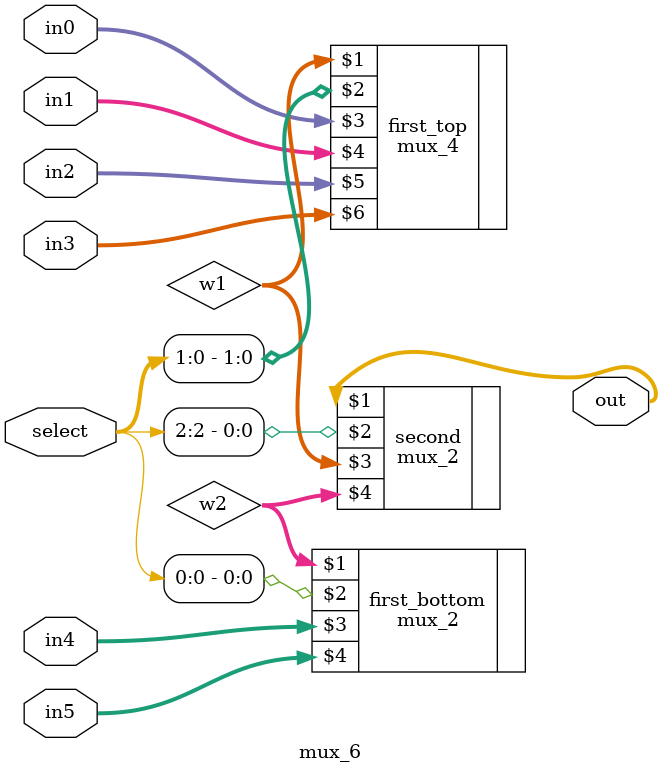
<source format=v>
module mux_6(out, select, in0, in1, in2, in3, in4, in5);
    input [2:0] select;
    input [31:0] in0, in1, in2, in3, in4, in5;
    output [31:0] out;
    wire [31:0] w1, w2;
    mux_4 first_top(w1, select[1:0], in0, in1, in2, in3);
    mux_2 first_bottom(w2, select[0], in4, in5);
    mux_2 second(out, select[2], w1, w2);
endmodule
</source>
